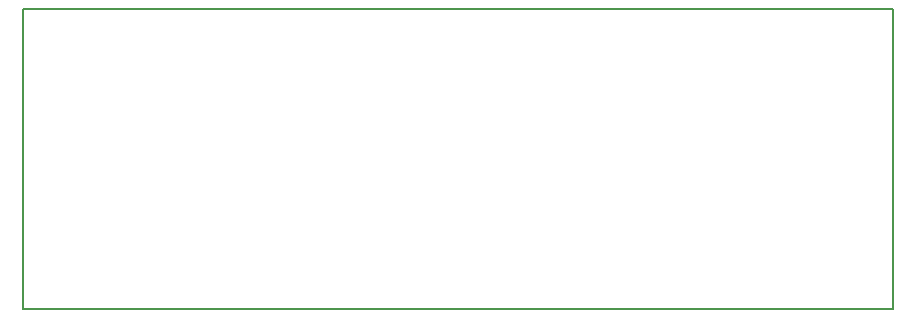
<source format=gbr>
G04 #@! TF.FileFunction,Profile,NP*
%FSLAX46Y46*%
G04 Gerber Fmt 4.6, Leading zero omitted, Abs format (unit mm)*
G04 Created by KiCad (PCBNEW 4.0.5) date 02/09/17 20:34:02*
%MOMM*%
%LPD*%
G01*
G04 APERTURE LIST*
%ADD10C,0.100000*%
%ADD11C,0.150000*%
G04 APERTURE END LIST*
D10*
D11*
X111760000Y-106680000D02*
X113030000Y-106680000D01*
X111760000Y-132080000D02*
X111760000Y-106680000D01*
X185420000Y-106680000D02*
X113030000Y-106680000D01*
X185420000Y-132080000D02*
X185420000Y-106680000D01*
X111760000Y-132080000D02*
X185420000Y-132080000D01*
M02*

</source>
